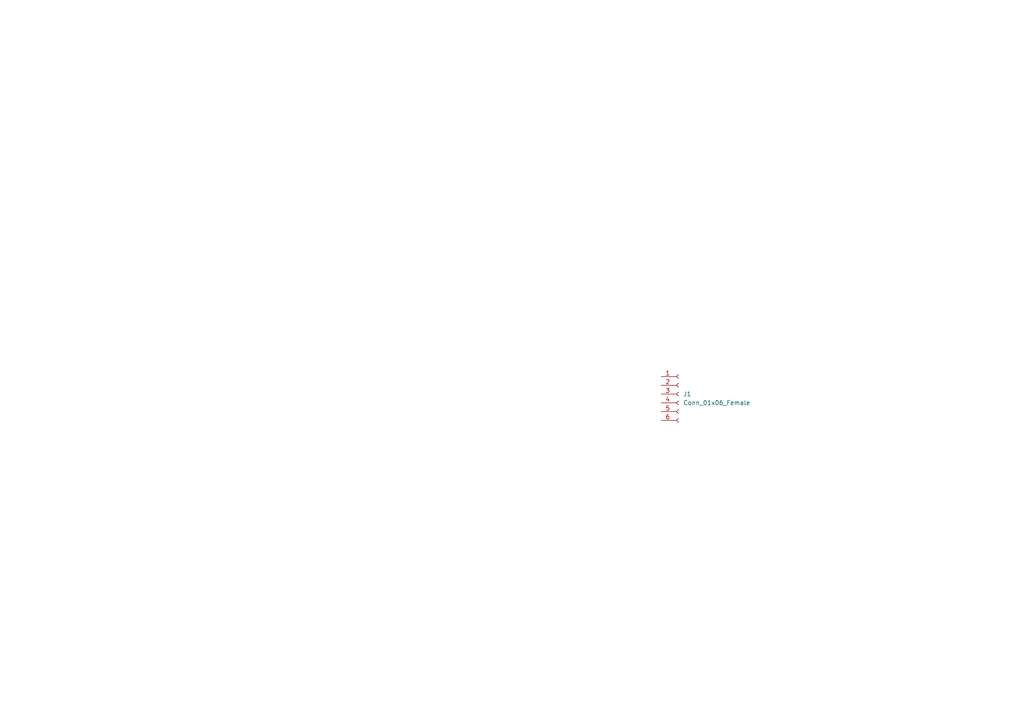
<source format=kicad_sch>
(kicad_sch (version 20211123) (generator eeschema)
  (paper "A4")
  (lib_symbols
    (symbol "Connector:Conn_01x06_Female" (pin_names (offset 1.016) hide)
      (property "Reference" "J" (at 0 7.62 0))
      (property "Value" "Conn_01x06_Female" (at 0 -10.16 0))
      (symbol "Conn_01x06_Female_1_1"
        (arc (start 0 -7.112) (mid -0.508 -7.62) (end 0 -8.128) (stroke (width 0.1524)))
        (arc (start 0 -4.572) (mid -0.508 -5.08) (end 0 -5.588) (stroke (width 0.1524)))
        (arc (start 0 -2.032) (mid -0.508 -2.54) (end 0 -3.048) (stroke (width 0.1524)))
        (polyline (pts (xy -1.27 -7.62) (xy -0.508 -7.62)) (stroke (width 0.1524)))
        (polyline (pts (xy -1.27 -5.08) (xy -0.508 -5.08)) (stroke (width 0.1524)))
        (polyline (pts (xy -1.27 -2.54) (xy -0.508 -2.54)) (stroke (width 0.1524)))
        (polyline (pts (xy -1.27 0) (xy -0.508 0)) (stroke (width 0.1524)))
        (polyline (pts (xy -1.27 2.54) (xy -0.508 2.54)) (stroke (width 0.1524)))
        (polyline (pts (xy -1.27 5.08) (xy -0.508 5.08)) (stroke (width 0.1524)))
        (arc (start 0 0.508) (mid -0.508 0) (end 0 -0.508) (stroke (width 0.1524)))
        (arc (start 0 3.048) (mid -0.508 2.54) (end 0 2.032) (stroke (width 0.1524)))
        (arc (start 0 5.588) (mid -0.508 5.08) (end 0 4.572) (stroke (width 0.1524)))
        (pin passive line (at -5.08 5.08 0) (length 3.81) (name "Pin_1") (number "1"))
        (pin passive line (at -5.08 2.54 0) (length 3.81) (name "Pin_2") (number "2"))
        (pin passive line (at -5.08 0 0) (length 3.81) (name "Pin_3") (number "3"))
        (pin passive line (at -5.08 -2.54 0) (length 3.81) (name "Pin_4") (number "4"))
        (pin passive line (at -5.08 -5.08 0) (length 3.81) (name "Pin_5") (number "5"))
        (pin passive line (at -5.08 -7.62 0) (length 3.81) (name "Pin_6") (number "6"))
      )
    )
  )
  (symbol (lib_id "Connector:Conn_01x06_Female") (at 196.85 114.3 0) (unit 1)
    (property "Reference" "J1" (at 198.12 114.2999 0) (effects (justify left)))
    (property "Value" "Conn_01x06_Female" (at 198.12 116.8399 0) (effects (justify left)))
    (property "Footprint" "Connector_Hirose:Hirose_DF13-06P-1.25DSA_1x06_P1.25mm_Vertical" (effects hide))
  )
)
</source>
